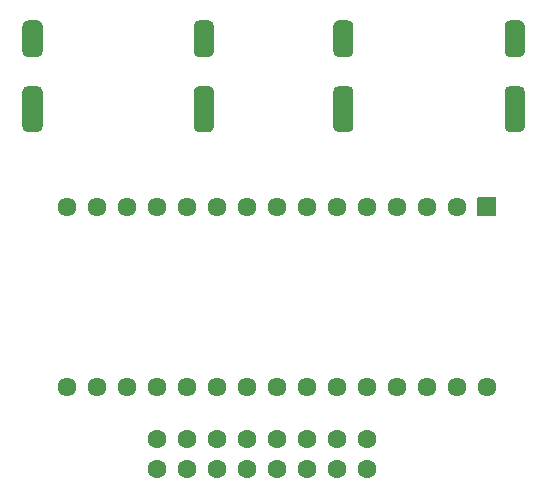
<source format=gbr>
G04 #@! TF.GenerationSoftware,KiCad,Pcbnew,(5.1.10-1-10_14)*
G04 #@! TF.CreationDate,2021-11-29T00:01:07-05:00*
G04 #@! TF.ProjectId,SNAC Sniffer SQUARE,534e4143-2053-46e6-9966-666572205351,1*
G04 #@! TF.SameCoordinates,Original*
G04 #@! TF.FileFunction,Soldermask,Bot*
G04 #@! TF.FilePolarity,Negative*
%FSLAX46Y46*%
G04 Gerber Fmt 4.6, Leading zero omitted, Abs format (unit mm)*
G04 Created by KiCad (PCBNEW (5.1.10-1-10_14)) date 2021-11-29 00:01:07*
%MOMM*%
%LPD*%
G01*
G04 APERTURE LIST*
%ADD10C,1.601600*%
%ADD11C,1.609600*%
G04 APERTURE END LIST*
D10*
X130530000Y-131690000D03*
X130530000Y-129150000D03*
X133070000Y-131690000D03*
X133070000Y-129150000D03*
X135610000Y-131690000D03*
X135610000Y-129150000D03*
X138150000Y-131690000D03*
X138150000Y-129150000D03*
X140690000Y-131690000D03*
X140690000Y-129150000D03*
X143230000Y-131690000D03*
X143230000Y-129150000D03*
X145770000Y-131690000D03*
X145770000Y-129150000D03*
X148310000Y-131690000D03*
X148310000Y-129150000D03*
G36*
G01*
X120850800Y-94154600D02*
X120850800Y-96405400D01*
G75*
G02*
X120425400Y-96830800I-425400J0D01*
G01*
X119574600Y-96830800D01*
G75*
G02*
X119149200Y-96405400I0J425400D01*
G01*
X119149200Y-94154600D01*
G75*
G02*
X119574600Y-93729200I425400J0D01*
G01*
X120425400Y-93729200D01*
G75*
G02*
X120850800Y-94154600I0J-425400D01*
G01*
G37*
G36*
G01*
X135350800Y-94154600D02*
X135350800Y-96405400D01*
G75*
G02*
X134925400Y-96830800I-425400J0D01*
G01*
X134074600Y-96830800D01*
G75*
G02*
X133649200Y-96405400I0J425400D01*
G01*
X133649200Y-94154600D01*
G75*
G02*
X134074600Y-93729200I425400J0D01*
G01*
X134925400Y-93729200D01*
G75*
G02*
X135350800Y-94154600I0J-425400D01*
G01*
G37*
G36*
G01*
X135350800Y-99714600D02*
X135350800Y-102765400D01*
G75*
G02*
X134925400Y-103190800I-425400J0D01*
G01*
X134074600Y-103190800D01*
G75*
G02*
X133649200Y-102765400I0J425400D01*
G01*
X133649200Y-99714600D01*
G75*
G02*
X134074600Y-99289200I425400J0D01*
G01*
X134925400Y-99289200D01*
G75*
G02*
X135350800Y-99714600I0J-425400D01*
G01*
G37*
G36*
G01*
X120850800Y-99714600D02*
X120850800Y-102765400D01*
G75*
G02*
X120425400Y-103190800I-425400J0D01*
G01*
X119574600Y-103190800D01*
G75*
G02*
X119149200Y-102765400I0J425400D01*
G01*
X119149200Y-99714600D01*
G75*
G02*
X119574600Y-99289200I425400J0D01*
G01*
X120425400Y-99289200D01*
G75*
G02*
X120850800Y-99714600I0J-425400D01*
G01*
G37*
G36*
G01*
X147170800Y-94154600D02*
X147170800Y-96405400D01*
G75*
G02*
X146745400Y-96830800I-425400J0D01*
G01*
X145894600Y-96830800D01*
G75*
G02*
X145469200Y-96405400I0J425400D01*
G01*
X145469200Y-94154600D01*
G75*
G02*
X145894600Y-93729200I425400J0D01*
G01*
X146745400Y-93729200D01*
G75*
G02*
X147170800Y-94154600I0J-425400D01*
G01*
G37*
G36*
G01*
X161670800Y-94154600D02*
X161670800Y-96405400D01*
G75*
G02*
X161245400Y-96830800I-425400J0D01*
G01*
X160394600Y-96830800D01*
G75*
G02*
X159969200Y-96405400I0J425400D01*
G01*
X159969200Y-94154600D01*
G75*
G02*
X160394600Y-93729200I425400J0D01*
G01*
X161245400Y-93729200D01*
G75*
G02*
X161670800Y-94154600I0J-425400D01*
G01*
G37*
G36*
G01*
X161670800Y-99714600D02*
X161670800Y-102765400D01*
G75*
G02*
X161245400Y-103190800I-425400J0D01*
G01*
X160394600Y-103190800D01*
G75*
G02*
X159969200Y-102765400I0J425400D01*
G01*
X159969200Y-99714600D01*
G75*
G02*
X160394600Y-99289200I425400J0D01*
G01*
X161245400Y-99289200D01*
G75*
G02*
X161670800Y-99714600I0J-425400D01*
G01*
G37*
G36*
G01*
X147170800Y-99714600D02*
X147170800Y-102765400D01*
G75*
G02*
X146745400Y-103190800I-425400J0D01*
G01*
X145894600Y-103190800D01*
G75*
G02*
X145469200Y-102765400I0J425400D01*
G01*
X145469200Y-99714600D01*
G75*
G02*
X145894600Y-99289200I425400J0D01*
G01*
X146745400Y-99289200D01*
G75*
G02*
X147170800Y-99714600I0J-425400D01*
G01*
G37*
G36*
G01*
X157696000Y-108695200D02*
X159204000Y-108695200D01*
G75*
G02*
X159254800Y-108746000I0J-50800D01*
G01*
X159254800Y-110254000D01*
G75*
G02*
X159204000Y-110304800I-50800J0D01*
G01*
X157696000Y-110304800D01*
G75*
G02*
X157645200Y-110254000I0J50800D01*
G01*
X157645200Y-108746000D01*
G75*
G02*
X157696000Y-108695200I50800J0D01*
G01*
G37*
D11*
X155910000Y-109500000D03*
X153370000Y-109500000D03*
X150830000Y-109500000D03*
X148290000Y-109500000D03*
X145750000Y-109500000D03*
X143210000Y-109500000D03*
X140670000Y-109500000D03*
X138130000Y-109500000D03*
X135590000Y-109500000D03*
X133050000Y-109500000D03*
X130510000Y-109500000D03*
X127970000Y-109500000D03*
X125430000Y-109500000D03*
X122890000Y-109500000D03*
X122890000Y-124740000D03*
X125430000Y-124740000D03*
X127970000Y-124740000D03*
X130510000Y-124740000D03*
X133050000Y-124740000D03*
X135590000Y-124740000D03*
X138130000Y-124740000D03*
X140670000Y-124740000D03*
X143210000Y-124740000D03*
X145750000Y-124740000D03*
X148290000Y-124740000D03*
X150830000Y-124740000D03*
X153370000Y-124740000D03*
X155910000Y-124740000D03*
X158450000Y-124740000D03*
M02*

</source>
